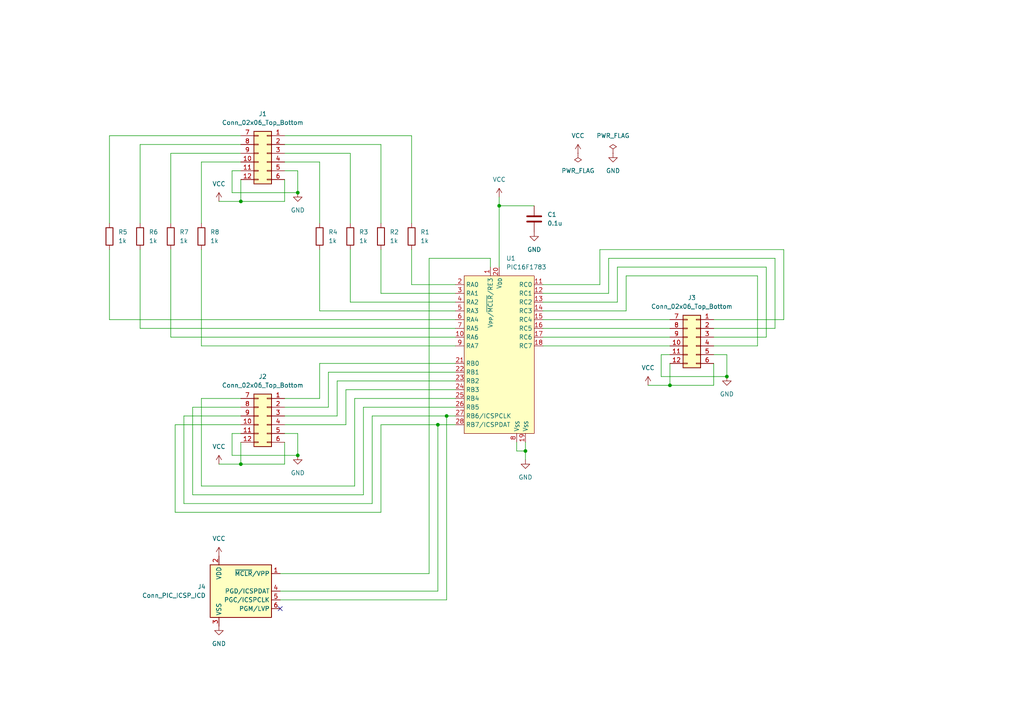
<source format=kicad_sch>
(kicad_sch (version 20211123) (generator eeschema)

  (uuid e63e39d7-6ac0-4ffd-8aa3-1841a4541b55)

  (paper "A4")

  (lib_symbols
    (symbol "Connector:Conn_PIC_ICSP_ICD" (in_bom yes) (on_board yes)
      (property "Reference" "J" (id 0) (at 6.35 8.89 0)
        (effects (font (size 1.27 1.27)))
      )
      (property "Value" "Conn_PIC_ICSP_ICD" (id 1) (at -8.89 -1.27 90)
        (effects (font (size 1.27 1.27)))
      )
      (property "Footprint" "" (id 2) (at 1.27 3.81 0)
        (effects (font (size 1.27 1.27)) hide)
      )
      (property "Datasheet" "http://ww1.microchip.com/downloads/en/devicedoc/30277d.pdf" (id 3) (at -7.62 -3.81 90)
        (effects (font (size 1.27 1.27)) hide)
      )
      (property "ki_keywords" "icsp icd pic microchip" (id 4) (at 0 0 0)
        (effects (font (size 1.27 1.27)) hide)
      )
      (property "ki_description" "Microchip PIC In-Circuit Serial Programming/Debugging (ICSP/ICD) connector" (id 5) (at 0 0 0)
        (effects (font (size 1.27 1.27)) hide)
      )
      (property "ki_fp_filters" "PinHeader*1x06*P2.54mm* PinSocket*1x06*P2.54mm*" (id 6) (at 0 0 0)
        (effects (font (size 1.27 1.27)) hide)
      )
      (symbol "Conn_PIC_ICSP_ICD_0_1"
        (rectangle (start -7.62 7.62) (end 10.16 -7.62)
          (stroke (width 0.254) (type default) (color 0 0 0 0))
          (fill (type background))
        )
      )
      (symbol "Conn_PIC_ICSP_ICD_1_1"
        (pin passive line (at 12.7 5.08 180) (length 2.54)
          (name "~{MCLR}/VPP" (effects (font (size 1.27 1.27))))
          (number "1" (effects (font (size 1.27 1.27))))
        )
        (pin passive line (at -5.08 10.16 270) (length 2.54)
          (name "VDD" (effects (font (size 1.27 1.27))))
          (number "2" (effects (font (size 1.27 1.27))))
        )
        (pin power_in line (at -5.08 -10.16 90) (length 2.54)
          (name "VSS" (effects (font (size 1.27 1.27))))
          (number "3" (effects (font (size 1.27 1.27))))
        )
        (pin bidirectional line (at 12.7 0 180) (length 2.54)
          (name "PGD/ICSPDAT" (effects (font (size 1.27 1.27))))
          (number "4" (effects (font (size 1.27 1.27))))
        )
        (pin output line (at 12.7 -2.54 180) (length 2.54)
          (name "PGC/ICSPCLK" (effects (font (size 1.27 1.27))))
          (number "5" (effects (font (size 1.27 1.27))))
        )
        (pin output line (at 12.7 -5.08 180) (length 2.54)
          (name "PGM/LVP" (effects (font (size 1.27 1.27))))
          (number "6" (effects (font (size 1.27 1.27))))
        )
      )
    )
    (symbol "Connector_Generic:Conn_02x06_Top_Bottom" (pin_names (offset 1.016) hide) (in_bom yes) (on_board yes)
      (property "Reference" "J" (id 0) (at 1.27 7.62 0)
        (effects (font (size 1.27 1.27)))
      )
      (property "Value" "Conn_02x06_Top_Bottom" (id 1) (at 1.27 -10.16 0)
        (effects (font (size 1.27 1.27)))
      )
      (property "Footprint" "" (id 2) (at 0 0 0)
        (effects (font (size 1.27 1.27)) hide)
      )
      (property "Datasheet" "~" (id 3) (at 0 0 0)
        (effects (font (size 1.27 1.27)) hide)
      )
      (property "ki_keywords" "connector" (id 4) (at 0 0 0)
        (effects (font (size 1.27 1.27)) hide)
      )
      (property "ki_description" "Generic connector, double row, 02x06, top/bottom pin numbering scheme (row 1: 1...pins_per_row, row2: pins_per_row+1 ... num_pins), script generated (kicad-library-utils/schlib/autogen/connector/)" (id 5) (at 0 0 0)
        (effects (font (size 1.27 1.27)) hide)
      )
      (property "ki_fp_filters" "Connector*:*_2x??_*" (id 6) (at 0 0 0)
        (effects (font (size 1.27 1.27)) hide)
      )
      (symbol "Conn_02x06_Top_Bottom_1_1"
        (rectangle (start -1.27 -7.493) (end 0 -7.747)
          (stroke (width 0.1524) (type default) (color 0 0 0 0))
          (fill (type none))
        )
        (rectangle (start -1.27 -4.953) (end 0 -5.207)
          (stroke (width 0.1524) (type default) (color 0 0 0 0))
          (fill (type none))
        )
        (rectangle (start -1.27 -2.413) (end 0 -2.667)
          (stroke (width 0.1524) (type default) (color 0 0 0 0))
          (fill (type none))
        )
        (rectangle (start -1.27 0.127) (end 0 -0.127)
          (stroke (width 0.1524) (type default) (color 0 0 0 0))
          (fill (type none))
        )
        (rectangle (start -1.27 2.667) (end 0 2.413)
          (stroke (width 0.1524) (type default) (color 0 0 0 0))
          (fill (type none))
        )
        (rectangle (start -1.27 5.207) (end 0 4.953)
          (stroke (width 0.1524) (type default) (color 0 0 0 0))
          (fill (type none))
        )
        (rectangle (start -1.27 6.35) (end 3.81 -8.89)
          (stroke (width 0.254) (type default) (color 0 0 0 0))
          (fill (type background))
        )
        (rectangle (start 3.81 -7.493) (end 2.54 -7.747)
          (stroke (width 0.1524) (type default) (color 0 0 0 0))
          (fill (type none))
        )
        (rectangle (start 3.81 -4.953) (end 2.54 -5.207)
          (stroke (width 0.1524) (type default) (color 0 0 0 0))
          (fill (type none))
        )
        (rectangle (start 3.81 -2.413) (end 2.54 -2.667)
          (stroke (width 0.1524) (type default) (color 0 0 0 0))
          (fill (type none))
        )
        (rectangle (start 3.81 0.127) (end 2.54 -0.127)
          (stroke (width 0.1524) (type default) (color 0 0 0 0))
          (fill (type none))
        )
        (rectangle (start 3.81 2.667) (end 2.54 2.413)
          (stroke (width 0.1524) (type default) (color 0 0 0 0))
          (fill (type none))
        )
        (rectangle (start 3.81 5.207) (end 2.54 4.953)
          (stroke (width 0.1524) (type default) (color 0 0 0 0))
          (fill (type none))
        )
        (pin passive line (at -5.08 5.08 0) (length 3.81)
          (name "Pin_1" (effects (font (size 1.27 1.27))))
          (number "1" (effects (font (size 1.27 1.27))))
        )
        (pin passive line (at 7.62 -2.54 180) (length 3.81)
          (name "Pin_10" (effects (font (size 1.27 1.27))))
          (number "10" (effects (font (size 1.27 1.27))))
        )
        (pin passive line (at 7.62 -5.08 180) (length 3.81)
          (name "Pin_11" (effects (font (size 1.27 1.27))))
          (number "11" (effects (font (size 1.27 1.27))))
        )
        (pin passive line (at 7.62 -7.62 180) (length 3.81)
          (name "Pin_12" (effects (font (size 1.27 1.27))))
          (number "12" (effects (font (size 1.27 1.27))))
        )
        (pin passive line (at -5.08 2.54 0) (length 3.81)
          (name "Pin_2" (effects (font (size 1.27 1.27))))
          (number "2" (effects (font (size 1.27 1.27))))
        )
        (pin passive line (at -5.08 0 0) (length 3.81)
          (name "Pin_3" (effects (font (size 1.27 1.27))))
          (number "3" (effects (font (size 1.27 1.27))))
        )
        (pin passive line (at -5.08 -2.54 0) (length 3.81)
          (name "Pin_4" (effects (font (size 1.27 1.27))))
          (number "4" (effects (font (size 1.27 1.27))))
        )
        (pin passive line (at -5.08 -5.08 0) (length 3.81)
          (name "Pin_5" (effects (font (size 1.27 1.27))))
          (number "5" (effects (font (size 1.27 1.27))))
        )
        (pin passive line (at -5.08 -7.62 0) (length 3.81)
          (name "Pin_6" (effects (font (size 1.27 1.27))))
          (number "6" (effects (font (size 1.27 1.27))))
        )
        (pin passive line (at 7.62 5.08 180) (length 3.81)
          (name "Pin_7" (effects (font (size 1.27 1.27))))
          (number "7" (effects (font (size 1.27 1.27))))
        )
        (pin passive line (at 7.62 2.54 180) (length 3.81)
          (name "Pin_8" (effects (font (size 1.27 1.27))))
          (number "8" (effects (font (size 1.27 1.27))))
        )
        (pin passive line (at 7.62 0 180) (length 3.81)
          (name "Pin_9" (effects (font (size 1.27 1.27))))
          (number "9" (effects (font (size 1.27 1.27))))
        )
      )
    )
    (symbol "Device:C" (pin_numbers hide) (pin_names (offset 0.254)) (in_bom yes) (on_board yes)
      (property "Reference" "C" (id 0) (at 0.635 2.54 0)
        (effects (font (size 1.27 1.27)) (justify left))
      )
      (property "Value" "C" (id 1) (at 0.635 -2.54 0)
        (effects (font (size 1.27 1.27)) (justify left))
      )
      (property "Footprint" "" (id 2) (at 0.9652 -3.81 0)
        (effects (font (size 1.27 1.27)) hide)
      )
      (property "Datasheet" "~" (id 3) (at 0 0 0)
        (effects (font (size 1.27 1.27)) hide)
      )
      (property "ki_keywords" "cap capacitor" (id 4) (at 0 0 0)
        (effects (font (size 1.27 1.27)) hide)
      )
      (property "ki_description" "Unpolarized capacitor" (id 5) (at 0 0 0)
        (effects (font (size 1.27 1.27)) hide)
      )
      (property "ki_fp_filters" "C_*" (id 6) (at 0 0 0)
        (effects (font (size 1.27 1.27)) hide)
      )
      (symbol "C_0_1"
        (polyline
          (pts
            (xy -2.032 -0.762)
            (xy 2.032 -0.762)
          )
          (stroke (width 0.508) (type default) (color 0 0 0 0))
          (fill (type none))
        )
        (polyline
          (pts
            (xy -2.032 0.762)
            (xy 2.032 0.762)
          )
          (stroke (width 0.508) (type default) (color 0 0 0 0))
          (fill (type none))
        )
      )
      (symbol "C_1_1"
        (pin passive line (at 0 3.81 270) (length 2.794)
          (name "~" (effects (font (size 1.27 1.27))))
          (number "1" (effects (font (size 1.27 1.27))))
        )
        (pin passive line (at 0 -3.81 90) (length 2.794)
          (name "~" (effects (font (size 1.27 1.27))))
          (number "2" (effects (font (size 1.27 1.27))))
        )
      )
    )
    (symbol "Device:R" (pin_numbers hide) (pin_names (offset 0)) (in_bom yes) (on_board yes)
      (property "Reference" "R" (id 0) (at 2.032 0 90)
        (effects (font (size 1.27 1.27)))
      )
      (property "Value" "R" (id 1) (at 0 0 90)
        (effects (font (size 1.27 1.27)))
      )
      (property "Footprint" "" (id 2) (at -1.778 0 90)
        (effects (font (size 1.27 1.27)) hide)
      )
      (property "Datasheet" "~" (id 3) (at 0 0 0)
        (effects (font (size 1.27 1.27)) hide)
      )
      (property "ki_keywords" "R res resistor" (id 4) (at 0 0 0)
        (effects (font (size 1.27 1.27)) hide)
      )
      (property "ki_description" "Resistor" (id 5) (at 0 0 0)
        (effects (font (size 1.27 1.27)) hide)
      )
      (property "ki_fp_filters" "R_*" (id 6) (at 0 0 0)
        (effects (font (size 1.27 1.27)) hide)
      )
      (symbol "R_0_1"
        (rectangle (start -1.016 -2.54) (end 1.016 2.54)
          (stroke (width 0.254) (type default) (color 0 0 0 0))
          (fill (type none))
        )
      )
      (symbol "R_1_1"
        (pin passive line (at 0 3.81 270) (length 1.27)
          (name "~" (effects (font (size 1.27 1.27))))
          (number "1" (effects (font (size 1.27 1.27))))
        )
        (pin passive line (at 0 -3.81 90) (length 1.27)
          (name "~" (effects (font (size 1.27 1.27))))
          (number "2" (effects (font (size 1.27 1.27))))
        )
      )
    )
    (symbol "MyLibrary:PIC16F1783" (in_bom yes) (on_board yes)
      (property "Reference" "U" (id 0) (at 6.35 25.4 0)
        (effects (font (size 1.27 1.27)))
      )
      (property "Value" "PIC16F1783" (id 1) (at 0 0 0)
        (effects (font (size 1.27 1.27)))
      )
      (property "Footprint" "" (id 2) (at -5.08 0 0)
        (effects (font (size 1.27 1.27)) hide)
      )
      (property "Datasheet" "" (id 3) (at -5.08 0 0)
        (effects (font (size 1.27 1.27)) hide)
      )
      (symbol "PIC16F1783_0_1"
        (rectangle (start -10.16 22.86) (end 10.16 -22.86)
          (stroke (width 0) (type default) (color 0 0 0 0))
          (fill (type background))
        )
      )
      (symbol "PIC16F1783_1_1"
        (pin passive line (at -2.54 25.4 270) (length 2.54)
          (name "V_{PP}/~{MCLR}/RE3" (effects (font (size 1.27 1.27))))
          (number "1" (effects (font (size 1.27 1.27))))
        )
        (pin passive line (at -12.7 5.08 0) (length 2.54)
          (name "RA6" (effects (font (size 1.27 1.27))))
          (number "10" (effects (font (size 1.27 1.27))))
        )
        (pin passive line (at 12.7 20.32 180) (length 2.54)
          (name "RC0" (effects (font (size 1.27 1.27))))
          (number "11" (effects (font (size 1.27 1.27))))
        )
        (pin passive line (at 12.7 17.78 180) (length 2.54)
          (name "RC1" (effects (font (size 1.27 1.27))))
          (number "12" (effects (font (size 1.27 1.27))))
        )
        (pin passive line (at 12.7 15.24 180) (length 2.54)
          (name "RC2" (effects (font (size 1.27 1.27))))
          (number "13" (effects (font (size 1.27 1.27))))
        )
        (pin passive line (at 12.7 12.7 180) (length 2.54)
          (name "RC3" (effects (font (size 1.27 1.27))))
          (number "14" (effects (font (size 1.27 1.27))))
        )
        (pin passive line (at 12.7 10.16 180) (length 2.54)
          (name "RC4" (effects (font (size 1.27 1.27))))
          (number "15" (effects (font (size 1.27 1.27))))
        )
        (pin passive line (at 12.7 7.62 180) (length 2.54)
          (name "RC5" (effects (font (size 1.27 1.27))))
          (number "16" (effects (font (size 1.27 1.27))))
        )
        (pin passive line (at 12.7 5.08 180) (length 2.54)
          (name "RC6" (effects (font (size 1.27 1.27))))
          (number "17" (effects (font (size 1.27 1.27))))
        )
        (pin passive line (at 12.7 2.54 180) (length 2.54)
          (name "RC7" (effects (font (size 1.27 1.27))))
          (number "18" (effects (font (size 1.27 1.27))))
        )
        (pin power_in line (at 7.62 -25.4 90) (length 2.54)
          (name "V_{SS}" (effects (font (size 1.27 1.27))))
          (number "19" (effects (font (size 1.27 1.27))))
        )
        (pin passive line (at -12.7 20.32 0) (length 2.54)
          (name "RA0" (effects (font (size 1.27 1.27))))
          (number "2" (effects (font (size 1.27 1.27))))
        )
        (pin power_in line (at 0 25.4 270) (length 2.54)
          (name "V_{DD}" (effects (font (size 1.27 1.27))))
          (number "20" (effects (font (size 1.27 1.27))))
        )
        (pin passive line (at -12.7 -2.54 0) (length 2.54)
          (name "RB0" (effects (font (size 1.27 1.27))))
          (number "21" (effects (font (size 1.27 1.27))))
        )
        (pin passive line (at -12.7 -5.08 0) (length 2.54)
          (name "RB1" (effects (font (size 1.27 1.27))))
          (number "22" (effects (font (size 1.27 1.27))))
        )
        (pin passive line (at -12.7 -7.62 0) (length 2.54)
          (name "RB2" (effects (font (size 1.27 1.27))))
          (number "23" (effects (font (size 1.27 1.27))))
        )
        (pin passive line (at -12.7 -10.16 0) (length 2.54)
          (name "RB3" (effects (font (size 1.27 1.27))))
          (number "24" (effects (font (size 1.27 1.27))))
        )
        (pin passive line (at -12.7 -12.7 0) (length 2.54)
          (name "RB4" (effects (font (size 1.27 1.27))))
          (number "25" (effects (font (size 1.27 1.27))))
        )
        (pin passive line (at -12.7 -15.24 0) (length 2.54)
          (name "RB5" (effects (font (size 1.27 1.27))))
          (number "26" (effects (font (size 1.27 1.27))))
        )
        (pin passive line (at -12.7 -17.78 0) (length 2.54)
          (name "RB6/ICSPCLK" (effects (font (size 1.27 1.27))))
          (number "27" (effects (font (size 1.27 1.27))))
        )
        (pin passive line (at -12.7 -20.32 0) (length 2.54)
          (name "RB7/ICSPDAT" (effects (font (size 1.27 1.27))))
          (number "28" (effects (font (size 1.27 1.27))))
        )
        (pin passive line (at -12.7 17.78 0) (length 2.54)
          (name "RA1" (effects (font (size 1.27 1.27))))
          (number "3" (effects (font (size 1.27 1.27))))
        )
        (pin passive line (at -12.7 15.24 0) (length 2.54)
          (name "RA2" (effects (font (size 1.27 1.27))))
          (number "4" (effects (font (size 1.27 1.27))))
        )
        (pin passive line (at -12.7 12.7 0) (length 2.54)
          (name "RA3" (effects (font (size 1.27 1.27))))
          (number "5" (effects (font (size 1.27 1.27))))
        )
        (pin passive line (at -12.7 10.16 0) (length 2.54)
          (name "RA4" (effects (font (size 1.27 1.27))))
          (number "6" (effects (font (size 1.27 1.27))))
        )
        (pin passive line (at -12.7 7.62 0) (length 2.54)
          (name "RA5" (effects (font (size 1.27 1.27))))
          (number "7" (effects (font (size 1.27 1.27))))
        )
        (pin power_in line (at 5.08 -25.4 90) (length 2.54)
          (name "V_{SS}" (effects (font (size 1.27 1.27))))
          (number "8" (effects (font (size 1.27 1.27))))
        )
        (pin passive line (at -12.7 2.54 0) (length 2.54)
          (name "RA7" (effects (font (size 1.27 1.27))))
          (number "9" (effects (font (size 1.27 1.27))))
        )
      )
    )
    (symbol "power:GND" (power) (pin_names (offset 0)) (in_bom yes) (on_board yes)
      (property "Reference" "#PWR" (id 0) (at 0 -6.35 0)
        (effects (font (size 1.27 1.27)) hide)
      )
      (property "Value" "GND" (id 1) (at 0 -3.81 0)
        (effects (font (size 1.27 1.27)))
      )
      (property "Footprint" "" (id 2) (at 0 0 0)
        (effects (font (size 1.27 1.27)) hide)
      )
      (property "Datasheet" "" (id 3) (at 0 0 0)
        (effects (font (size 1.27 1.27)) hide)
      )
      (property "ki_keywords" "power-flag" (id 4) (at 0 0 0)
        (effects (font (size 1.27 1.27)) hide)
      )
      (property "ki_description" "Power symbol creates a global label with name \"GND\" , ground" (id 5) (at 0 0 0)
        (effects (font (size 1.27 1.27)) hide)
      )
      (symbol "GND_0_1"
        (polyline
          (pts
            (xy 0 0)
            (xy 0 -1.27)
            (xy 1.27 -1.27)
            (xy 0 -2.54)
            (xy -1.27 -1.27)
            (xy 0 -1.27)
          )
          (stroke (width 0) (type default) (color 0 0 0 0))
          (fill (type none))
        )
      )
      (symbol "GND_1_1"
        (pin power_in line (at 0 0 270) (length 0) hide
          (name "GND" (effects (font (size 1.27 1.27))))
          (number "1" (effects (font (size 1.27 1.27))))
        )
      )
    )
    (symbol "power:PWR_FLAG" (power) (pin_numbers hide) (pin_names (offset 0) hide) (in_bom yes) (on_board yes)
      (property "Reference" "#FLG" (id 0) (at 0 1.905 0)
        (effects (font (size 1.27 1.27)) hide)
      )
      (property "Value" "PWR_FLAG" (id 1) (at 0 3.81 0)
        (effects (font (size 1.27 1.27)))
      )
      (property "Footprint" "" (id 2) (at 0 0 0)
        (effects (font (size 1.27 1.27)) hide)
      )
      (property "Datasheet" "~" (id 3) (at 0 0 0)
        (effects (font (size 1.27 1.27)) hide)
      )
      (property "ki_keywords" "power-flag" (id 4) (at 0 0 0)
        (effects (font (size 1.27 1.27)) hide)
      )
      (property "ki_description" "Special symbol for telling ERC where power comes from" (id 5) (at 0 0 0)
        (effects (font (size 1.27 1.27)) hide)
      )
      (symbol "PWR_FLAG_0_0"
        (pin power_out line (at 0 0 90) (length 0)
          (name "pwr" (effects (font (size 1.27 1.27))))
          (number "1" (effects (font (size 1.27 1.27))))
        )
      )
      (symbol "PWR_FLAG_0_1"
        (polyline
          (pts
            (xy 0 0)
            (xy 0 1.27)
            (xy -1.016 1.905)
            (xy 0 2.54)
            (xy 1.016 1.905)
            (xy 0 1.27)
          )
          (stroke (width 0) (type default) (color 0 0 0 0))
          (fill (type none))
        )
      )
    )
    (symbol "power:VCC" (power) (pin_names (offset 0)) (in_bom yes) (on_board yes)
      (property "Reference" "#PWR" (id 0) (at 0 -3.81 0)
        (effects (font (size 1.27 1.27)) hide)
      )
      (property "Value" "VCC" (id 1) (at 0 3.81 0)
        (effects (font (size 1.27 1.27)))
      )
      (property "Footprint" "" (id 2) (at 0 0 0)
        (effects (font (size 1.27 1.27)) hide)
      )
      (property "Datasheet" "" (id 3) (at 0 0 0)
        (effects (font (size 1.27 1.27)) hide)
      )
      (property "ki_keywords" "power-flag" (id 4) (at 0 0 0)
        (effects (font (size 1.27 1.27)) hide)
      )
      (property "ki_description" "Power symbol creates a global label with name \"VCC\"" (id 5) (at 0 0 0)
        (effects (font (size 1.27 1.27)) hide)
      )
      (symbol "VCC_0_1"
        (polyline
          (pts
            (xy -0.762 1.27)
            (xy 0 2.54)
          )
          (stroke (width 0) (type default) (color 0 0 0 0))
          (fill (type none))
        )
        (polyline
          (pts
            (xy 0 0)
            (xy 0 2.54)
          )
          (stroke (width 0) (type default) (color 0 0 0 0))
          (fill (type none))
        )
        (polyline
          (pts
            (xy 0 2.54)
            (xy 0.762 1.27)
          )
          (stroke (width 0) (type default) (color 0 0 0 0))
          (fill (type none))
        )
      )
      (symbol "VCC_1_1"
        (pin power_in line (at 0 0 90) (length 0) hide
          (name "VCC" (effects (font (size 1.27 1.27))))
          (number "1" (effects (font (size 1.27 1.27))))
        )
      )
    )
  )

  (junction (at 129.54 120.65) (diameter 0) (color 0 0 0 0)
    (uuid 2277cd3b-1bd4-45fc-82f4-f49981367886)
  )
  (junction (at 152.4 130.81) (diameter 0) (color 0 0 0 0)
    (uuid 42fb7a51-2b5e-45d2-b347-6c31091d3e7a)
  )
  (junction (at 210.82 109.22) (diameter 0) (color 0 0 0 0)
    (uuid 475ea00d-6ecc-4216-afff-e3ca55efae91)
  )
  (junction (at 69.85 134.62) (diameter 0) (color 0 0 0 0)
    (uuid 4fb647fa-7b75-4210-86e7-2ed8163ddec7)
  )
  (junction (at 86.36 132.08) (diameter 0) (color 0 0 0 0)
    (uuid 66b7f684-51cb-4771-9247-edd18ae55966)
  )
  (junction (at 86.36 55.88) (diameter 0) (color 0 0 0 0)
    (uuid 754c11e1-4a2a-4eb5-b669-eb97f15b5039)
  )
  (junction (at 144.78 59.69) (diameter 0) (color 0 0 0 0)
    (uuid 9c33c80d-ce65-46ca-a63e-e44f69650d50)
  )
  (junction (at 69.85 58.42) (diameter 0) (color 0 0 0 0)
    (uuid a3fca4cb-2a2f-4704-b6e3-45677e1235bd)
  )
  (junction (at 127 123.19) (diameter 0) (color 0 0 0 0)
    (uuid c2c53052-1db6-4f1c-ae2a-971259102efb)
  )
  (junction (at 194.31 111.76) (diameter 0) (color 0 0 0 0)
    (uuid cc052e50-4396-4390-a84f-79ab366ba2b9)
  )

  (no_connect (at 81.28 176.53) (uuid e191fdc0-d1cb-42fe-a03c-170e004457ab))

  (wire (pts (xy 50.8 148.59) (xy 50.8 123.19))
    (stroke (width 0) (type default) (color 0 0 0 0))
    (uuid 00b6167a-371a-4a04-a955-3318a4cb6634)
  )
  (wire (pts (xy 144.78 59.69) (xy 154.94 59.69))
    (stroke (width 0) (type default) (color 0 0 0 0))
    (uuid 00c897eb-b669-4e1d-b238-0880d800f0ff)
  )
  (wire (pts (xy 53.34 120.65) (xy 69.85 120.65))
    (stroke (width 0) (type default) (color 0 0 0 0))
    (uuid 019b8fd6-b10b-4eb1-8140-0740a4f0dfce)
  )
  (wire (pts (xy 191.77 102.87) (xy 191.77 109.22))
    (stroke (width 0) (type default) (color 0 0 0 0))
    (uuid 023515b3-d7cc-40dc-bf10-cb4c2dc3ecb6)
  )
  (wire (pts (xy 67.31 125.73) (xy 67.31 132.08))
    (stroke (width 0) (type default) (color 0 0 0 0))
    (uuid 02b62373-5791-415e-ad2a-70a251a5043a)
  )
  (wire (pts (xy 107.95 146.05) (xy 53.34 146.05))
    (stroke (width 0) (type default) (color 0 0 0 0))
    (uuid 06c11a94-84d3-463f-9751-791f1eb72874)
  )
  (wire (pts (xy 132.08 120.65) (xy 129.54 120.65))
    (stroke (width 0) (type default) (color 0 0 0 0))
    (uuid 07e7f8e2-b8d1-4662-bdec-1ae641b7904b)
  )
  (wire (pts (xy 132.08 95.25) (xy 40.64 95.25))
    (stroke (width 0) (type default) (color 0 0 0 0))
    (uuid 08993523-918d-47b1-b623-b392255960bb)
  )
  (wire (pts (xy 86.36 55.88) (xy 86.36 49.53))
    (stroke (width 0) (type default) (color 0 0 0 0))
    (uuid 090220b0-58f6-464d-81cf-bc0da689518e)
  )
  (wire (pts (xy 219.71 80.01) (xy 219.71 100.33))
    (stroke (width 0) (type default) (color 0 0 0 0))
    (uuid 0cb544bc-55a8-4988-bd9e-544ca60209c3)
  )
  (wire (pts (xy 149.86 130.81) (xy 152.4 130.81))
    (stroke (width 0) (type default) (color 0 0 0 0))
    (uuid 0d3e49fd-b8ee-4528-8e25-14e931c43462)
  )
  (wire (pts (xy 102.87 115.57) (xy 102.87 140.97))
    (stroke (width 0) (type default) (color 0 0 0 0))
    (uuid 0ec003ca-fd9b-4891-b991-8b8dd9e6e250)
  )
  (wire (pts (xy 101.6 44.45) (xy 101.6 64.77))
    (stroke (width 0) (type default) (color 0 0 0 0))
    (uuid 0ec333cc-c2a7-408b-b435-ec24cb6c709b)
  )
  (wire (pts (xy 129.54 173.99) (xy 81.28 173.99))
    (stroke (width 0) (type default) (color 0 0 0 0))
    (uuid 0f0c3eb1-4100-4b79-be19-3f630518fb7c)
  )
  (wire (pts (xy 92.71 90.17) (xy 92.71 72.39))
    (stroke (width 0) (type default) (color 0 0 0 0))
    (uuid 114757f9-137e-4ebb-9daa-e4ed80cf3905)
  )
  (wire (pts (xy 82.55 58.42) (xy 82.55 52.07))
    (stroke (width 0) (type default) (color 0 0 0 0))
    (uuid 18c337b7-ef7e-402c-831a-d15f82f3d817)
  )
  (wire (pts (xy 222.25 97.79) (xy 207.01 97.79))
    (stroke (width 0) (type default) (color 0 0 0 0))
    (uuid 1a12567a-2409-4f28-aeb0-aa4fb1ba9059)
  )
  (wire (pts (xy 132.08 97.79) (xy 49.53 97.79))
    (stroke (width 0) (type default) (color 0 0 0 0))
    (uuid 1a5fa23c-8fab-4443-95ca-80d242b374e3)
  )
  (wire (pts (xy 69.85 128.27) (xy 69.85 134.62))
    (stroke (width 0) (type default) (color 0 0 0 0))
    (uuid 1d919bdb-3590-437a-9267-feb724a1345c)
  )
  (wire (pts (xy 124.46 74.93) (xy 124.46 166.37))
    (stroke (width 0) (type default) (color 0 0 0 0))
    (uuid 1e69e74c-0b6e-4375-86cc-95895e7414ee)
  )
  (wire (pts (xy 127 123.19) (xy 110.49 123.19))
    (stroke (width 0) (type default) (color 0 0 0 0))
    (uuid 22ddd9d1-2271-458d-bcf9-cdecf6e7c49a)
  )
  (wire (pts (xy 124.46 166.37) (xy 81.28 166.37))
    (stroke (width 0) (type default) (color 0 0 0 0))
    (uuid 2ac3a058-98d5-48d8-9254-8b8193b37e6a)
  )
  (wire (pts (xy 50.8 123.19) (xy 69.85 123.19))
    (stroke (width 0) (type default) (color 0 0 0 0))
    (uuid 2af4bd36-08d7-4625-a089-eaa3e4e5ab10)
  )
  (wire (pts (xy 132.08 82.55) (xy 119.38 82.55))
    (stroke (width 0) (type default) (color 0 0 0 0))
    (uuid 2e2419ad-30a9-458b-9f2e-271125b9a969)
  )
  (wire (pts (xy 101.6 87.63) (xy 101.6 72.39))
    (stroke (width 0) (type default) (color 0 0 0 0))
    (uuid 2e9ab9c0-4a4b-41d0-8a2f-700ffcd56865)
  )
  (wire (pts (xy 132.08 115.57) (xy 102.87 115.57))
    (stroke (width 0) (type default) (color 0 0 0 0))
    (uuid 325c8d5c-6ed0-408b-adee-c5fb91e871b5)
  )
  (wire (pts (xy 191.77 109.22) (xy 210.82 109.22))
    (stroke (width 0) (type default) (color 0 0 0 0))
    (uuid 34965758-9225-46e2-9d00-4a8ebef3186e)
  )
  (wire (pts (xy 69.85 49.53) (xy 67.31 49.53))
    (stroke (width 0) (type default) (color 0 0 0 0))
    (uuid 352cf3f7-5f43-4c4b-97a2-a5c6e823a8b0)
  )
  (wire (pts (xy 129.54 120.65) (xy 129.54 173.99))
    (stroke (width 0) (type default) (color 0 0 0 0))
    (uuid 3556a6a9-202f-4225-b1fa-8661ac8676b5)
  )
  (wire (pts (xy 173.99 72.39) (xy 227.33 72.39))
    (stroke (width 0) (type default) (color 0 0 0 0))
    (uuid 3729d8be-bfe3-455b-9b46-39575f34cead)
  )
  (wire (pts (xy 49.53 97.79) (xy 49.53 72.39))
    (stroke (width 0) (type default) (color 0 0 0 0))
    (uuid 3b9f6af1-395a-40c6-81a8-1c9a886b36b0)
  )
  (wire (pts (xy 142.24 77.47) (xy 142.24 74.93))
    (stroke (width 0) (type default) (color 0 0 0 0))
    (uuid 3cf8a445-f356-4cc5-85c9-ec24e597be8f)
  )
  (wire (pts (xy 55.88 118.11) (xy 69.85 118.11))
    (stroke (width 0) (type default) (color 0 0 0 0))
    (uuid 3f80a9a2-5e2f-475c-b24a-ec88c5ee9dbf)
  )
  (wire (pts (xy 92.71 46.99) (xy 92.71 64.77))
    (stroke (width 0) (type default) (color 0 0 0 0))
    (uuid 444f30d3-4b12-49b8-8455-f75b0940788d)
  )
  (wire (pts (xy 144.78 59.69) (xy 144.78 77.47))
    (stroke (width 0) (type default) (color 0 0 0 0))
    (uuid 44fd741d-c7b8-47a9-a85d-316415869542)
  )
  (wire (pts (xy 152.4 130.81) (xy 152.4 133.35))
    (stroke (width 0) (type default) (color 0 0 0 0))
    (uuid 455d31d1-fbf4-4bc1-9bfb-992d0b7f9698)
  )
  (wire (pts (xy 102.87 140.97) (xy 58.42 140.97))
    (stroke (width 0) (type default) (color 0 0 0 0))
    (uuid 46b06216-086f-4123-b0a3-416eb7be308e)
  )
  (wire (pts (xy 132.08 113.03) (xy 100.33 113.03))
    (stroke (width 0) (type default) (color 0 0 0 0))
    (uuid 48391803-3fb5-4b87-b533-0c24e91eee07)
  )
  (wire (pts (xy 110.49 85.09) (xy 110.49 72.39))
    (stroke (width 0) (type default) (color 0 0 0 0))
    (uuid 4a09e6cf-441e-4cda-92de-2686b47eeda5)
  )
  (wire (pts (xy 69.85 41.91) (xy 40.64 41.91))
    (stroke (width 0) (type default) (color 0 0 0 0))
    (uuid 4a3f701f-6513-4f42-b0f0-15516d399924)
  )
  (wire (pts (xy 69.85 58.42) (xy 82.55 58.42))
    (stroke (width 0) (type default) (color 0 0 0 0))
    (uuid 4afba2c4-c987-477b-a14c-4fd9373989a7)
  )
  (wire (pts (xy 31.75 92.71) (xy 31.75 72.39))
    (stroke (width 0) (type default) (color 0 0 0 0))
    (uuid 4c89972f-1345-4d44-8fdf-9420ca5ade39)
  )
  (wire (pts (xy 69.85 46.99) (xy 58.42 46.99))
    (stroke (width 0) (type default) (color 0 0 0 0))
    (uuid 4fc994b2-b21c-451e-93d9-7fad2a20663c)
  )
  (wire (pts (xy 132.08 107.95) (xy 95.25 107.95))
    (stroke (width 0) (type default) (color 0 0 0 0))
    (uuid 50b18edf-fdd8-4ac9-b195-b611dc95515c)
  )
  (wire (pts (xy 179.07 77.47) (xy 222.25 77.47))
    (stroke (width 0) (type default) (color 0 0 0 0))
    (uuid 50df1992-4fdf-4cd0-91d6-5d060472ca4d)
  )
  (wire (pts (xy 187.96 111.76) (xy 194.31 111.76))
    (stroke (width 0) (type default) (color 0 0 0 0))
    (uuid 52597151-5105-4422-83d6-39343559f7cc)
  )
  (wire (pts (xy 127 171.45) (xy 81.28 171.45))
    (stroke (width 0) (type default) (color 0 0 0 0))
    (uuid 54f44319-2aad-42f0-874f-2a7599a4e67d)
  )
  (wire (pts (xy 157.48 100.33) (xy 194.31 100.33))
    (stroke (width 0) (type default) (color 0 0 0 0))
    (uuid 57b2dede-a2dd-4ccc-9f83-736a02d7dc1e)
  )
  (wire (pts (xy 97.79 120.65) (xy 97.79 110.49))
    (stroke (width 0) (type default) (color 0 0 0 0))
    (uuid 613999cc-ae86-4642-9cfa-4c417cd12eb7)
  )
  (wire (pts (xy 149.86 128.27) (xy 149.86 130.81))
    (stroke (width 0) (type default) (color 0 0 0 0))
    (uuid 63daec10-1006-4f14-9f06-ce5d16ffefe7)
  )
  (wire (pts (xy 194.31 111.76) (xy 207.01 111.76))
    (stroke (width 0) (type default) (color 0 0 0 0))
    (uuid 6456bbc3-6bf9-4cf2-9d23-93bdeba749d0)
  )
  (wire (pts (xy 227.33 72.39) (xy 227.33 92.71))
    (stroke (width 0) (type default) (color 0 0 0 0))
    (uuid 67e71d04-dbfd-45ee-a7b3-86f23c98c860)
  )
  (wire (pts (xy 179.07 87.63) (xy 179.07 77.47))
    (stroke (width 0) (type default) (color 0 0 0 0))
    (uuid 6926eabd-d903-46ce-8165-6295117aa02d)
  )
  (wire (pts (xy 127 123.19) (xy 127 171.45))
    (stroke (width 0) (type default) (color 0 0 0 0))
    (uuid 6f39f5da-5576-4b78-9fc3-dc0763eaa1bc)
  )
  (wire (pts (xy 157.48 82.55) (xy 173.99 82.55))
    (stroke (width 0) (type default) (color 0 0 0 0))
    (uuid 724b0195-3225-4089-86de-f72126ad7733)
  )
  (wire (pts (xy 157.48 97.79) (xy 194.31 97.79))
    (stroke (width 0) (type default) (color 0 0 0 0))
    (uuid 77107007-cb56-4f06-905f-02d0c364adfe)
  )
  (wire (pts (xy 110.49 123.19) (xy 110.49 148.59))
    (stroke (width 0) (type default) (color 0 0 0 0))
    (uuid 7758d864-4cf9-4117-ab5e-3b9325455f4e)
  )
  (wire (pts (xy 82.55 41.91) (xy 110.49 41.91))
    (stroke (width 0) (type default) (color 0 0 0 0))
    (uuid 7ae7ad8d-b52e-48c7-aa07-6a17ec2e89d9)
  )
  (wire (pts (xy 222.25 77.47) (xy 222.25 97.79))
    (stroke (width 0) (type default) (color 0 0 0 0))
    (uuid 7bc4aba4-a9ab-4a48-9555-9eb94ec1cb6a)
  )
  (wire (pts (xy 157.48 95.25) (xy 194.31 95.25))
    (stroke (width 0) (type default) (color 0 0 0 0))
    (uuid 7d91bf99-bcb4-4f31-9b2a-a39544062c7e)
  )
  (wire (pts (xy 92.71 105.41) (xy 132.08 105.41))
    (stroke (width 0) (type default) (color 0 0 0 0))
    (uuid 7e5a94e1-ca6a-4489-a4e5-c8821a8e614b)
  )
  (wire (pts (xy 173.99 82.55) (xy 173.99 72.39))
    (stroke (width 0) (type default) (color 0 0 0 0))
    (uuid 8003726d-8dfa-475a-9616-aa87381b38df)
  )
  (wire (pts (xy 107.95 120.65) (xy 107.95 146.05))
    (stroke (width 0) (type default) (color 0 0 0 0))
    (uuid 82771f9b-da2a-427b-8b14-fd23a519243e)
  )
  (wire (pts (xy 53.34 146.05) (xy 53.34 120.65))
    (stroke (width 0) (type default) (color 0 0 0 0))
    (uuid 836cc15f-4477-44d9-8ff6-01bae538fbec)
  )
  (wire (pts (xy 58.42 46.99) (xy 58.42 64.77))
    (stroke (width 0) (type default) (color 0 0 0 0))
    (uuid 8731cf8a-4f2a-41fa-b40c-dcb9137ef4c7)
  )
  (wire (pts (xy 86.36 125.73) (xy 82.55 125.73))
    (stroke (width 0) (type default) (color 0 0 0 0))
    (uuid 886e9610-68e2-4ce7-b970-bf79f9c6c15c)
  )
  (wire (pts (xy 219.71 100.33) (xy 207.01 100.33))
    (stroke (width 0) (type default) (color 0 0 0 0))
    (uuid 89eee18f-c555-4e1e-b6d4-533228573a2b)
  )
  (wire (pts (xy 31.75 39.37) (xy 69.85 39.37))
    (stroke (width 0) (type default) (color 0 0 0 0))
    (uuid 8ac6e3c1-58f6-4a83-9eec-6a7c87b1f66c)
  )
  (wire (pts (xy 58.42 140.97) (xy 58.42 115.57))
    (stroke (width 0) (type default) (color 0 0 0 0))
    (uuid 8af3ab5c-b789-4f24-a9ab-1758d59b833d)
  )
  (wire (pts (xy 119.38 64.77) (xy 119.38 39.37))
    (stroke (width 0) (type default) (color 0 0 0 0))
    (uuid 8c94ef60-5e7e-4060-801f-f02ab5c92e5b)
  )
  (wire (pts (xy 82.55 120.65) (xy 97.79 120.65))
    (stroke (width 0) (type default) (color 0 0 0 0))
    (uuid 8e4ac5e3-46e6-48e2-a240-235f6d5d63b0)
  )
  (wire (pts (xy 110.49 148.59) (xy 50.8 148.59))
    (stroke (width 0) (type default) (color 0 0 0 0))
    (uuid 8fa24d0e-a0a2-46c4-9ed7-ebf63e0aa0dc)
  )
  (wire (pts (xy 132.08 118.11) (xy 105.41 118.11))
    (stroke (width 0) (type default) (color 0 0 0 0))
    (uuid 904984b4-c431-42f3-9e9c-e45b246ce9e0)
  )
  (wire (pts (xy 132.08 123.19) (xy 127 123.19))
    (stroke (width 0) (type default) (color 0 0 0 0))
    (uuid 91a5ad40-4483-46a2-bba5-ad073e774575)
  )
  (wire (pts (xy 95.25 118.11) (xy 82.55 118.11))
    (stroke (width 0) (type default) (color 0 0 0 0))
    (uuid 91a81ee1-a91a-4b6b-9084-e0c66206f7e4)
  )
  (wire (pts (xy 176.53 74.93) (xy 224.79 74.93))
    (stroke (width 0) (type default) (color 0 0 0 0))
    (uuid 91aba6a8-75ae-4846-8816-b4bc6c9b8c4f)
  )
  (wire (pts (xy 194.31 105.41) (xy 194.31 111.76))
    (stroke (width 0) (type default) (color 0 0 0 0))
    (uuid 9211022c-c520-4994-acac-efe3dbee6f2a)
  )
  (wire (pts (xy 69.85 125.73) (xy 67.31 125.73))
    (stroke (width 0) (type default) (color 0 0 0 0))
    (uuid 989e7332-7dfd-4e92-81ae-ab8d97c2c3df)
  )
  (wire (pts (xy 82.55 134.62) (xy 82.55 128.27))
    (stroke (width 0) (type default) (color 0 0 0 0))
    (uuid 9a00a731-2243-4899-8ac8-b260173f3cb3)
  )
  (wire (pts (xy 119.38 82.55) (xy 119.38 72.39))
    (stroke (width 0) (type default) (color 0 0 0 0))
    (uuid 9b088769-733f-4c04-9d5a-35db49c1eb61)
  )
  (wire (pts (xy 210.82 102.87) (xy 207.01 102.87))
    (stroke (width 0) (type default) (color 0 0 0 0))
    (uuid 9e6a2bb7-a6d1-48a8-9169-ee073bff8d36)
  )
  (wire (pts (xy 142.24 74.93) (xy 124.46 74.93))
    (stroke (width 0) (type default) (color 0 0 0 0))
    (uuid a0e7f842-7cb0-48d7-b2f7-c867fe5f516c)
  )
  (wire (pts (xy 157.48 92.71) (xy 194.31 92.71))
    (stroke (width 0) (type default) (color 0 0 0 0))
    (uuid a429f54f-bbcc-4be3-b838-6d1e55090642)
  )
  (wire (pts (xy 58.42 100.33) (xy 58.42 72.39))
    (stroke (width 0) (type default) (color 0 0 0 0))
    (uuid a5502271-5155-4816-84c0-3222f8aacebd)
  )
  (wire (pts (xy 132.08 87.63) (xy 101.6 87.63))
    (stroke (width 0) (type default) (color 0 0 0 0))
    (uuid a6dd5e3a-158a-4852-9b98-9a14c8d3c665)
  )
  (wire (pts (xy 194.31 102.87) (xy 191.77 102.87))
    (stroke (width 0) (type default) (color 0 0 0 0))
    (uuid a7188fe7-6ac2-4390-8c5f-99b33cb7f582)
  )
  (wire (pts (xy 95.25 107.95) (xy 95.25 118.11))
    (stroke (width 0) (type default) (color 0 0 0 0))
    (uuid a77dffcd-5062-404a-82b0-1088e4297b0a)
  )
  (wire (pts (xy 119.38 39.37) (xy 82.55 39.37))
    (stroke (width 0) (type default) (color 0 0 0 0))
    (uuid a952d1b6-8e74-4727-9f36-5875af59e243)
  )
  (wire (pts (xy 67.31 49.53) (xy 67.31 55.88))
    (stroke (width 0) (type default) (color 0 0 0 0))
    (uuid a9ab557e-f35a-48c2-ad97-8051c6ef52ba)
  )
  (wire (pts (xy 67.31 132.08) (xy 86.36 132.08))
    (stroke (width 0) (type default) (color 0 0 0 0))
    (uuid aa211c1c-8550-4c5d-b2b9-26dca5d764fd)
  )
  (wire (pts (xy 63.5 134.62) (xy 69.85 134.62))
    (stroke (width 0) (type default) (color 0 0 0 0))
    (uuid aabaadff-4c96-4f36-ad28-d3ffa8fcdd4c)
  )
  (wire (pts (xy 100.33 123.19) (xy 82.55 123.19))
    (stroke (width 0) (type default) (color 0 0 0 0))
    (uuid aae286ae-930c-41b6-9e69-7c6cbfd327c1)
  )
  (wire (pts (xy 207.01 111.76) (xy 207.01 105.41))
    (stroke (width 0) (type default) (color 0 0 0 0))
    (uuid aec2230f-6591-4539-9790-5f6f46c1a4b1)
  )
  (wire (pts (xy 82.55 115.57) (xy 92.71 115.57))
    (stroke (width 0) (type default) (color 0 0 0 0))
    (uuid af953ab6-a486-4794-8adf-fd6dfe4e649c)
  )
  (wire (pts (xy 69.85 134.62) (xy 82.55 134.62))
    (stroke (width 0) (type default) (color 0 0 0 0))
    (uuid b09e285b-9646-41ca-9099-d21c6a8bb8a9)
  )
  (wire (pts (xy 157.48 90.17) (xy 181.61 90.17))
    (stroke (width 0) (type default) (color 0 0 0 0))
    (uuid b1876d90-df1b-462c-8db2-28bfdb6f3e8c)
  )
  (wire (pts (xy 152.4 128.27) (xy 152.4 130.81))
    (stroke (width 0) (type default) (color 0 0 0 0))
    (uuid b67ed14b-6978-491d-8401-6b5040b43846)
  )
  (wire (pts (xy 105.41 118.11) (xy 105.41 143.51))
    (stroke (width 0) (type default) (color 0 0 0 0))
    (uuid b9210cf9-9ff2-46cd-a214-5ec0e9c555a6)
  )
  (wire (pts (xy 40.64 95.25) (xy 40.64 72.39))
    (stroke (width 0) (type default) (color 0 0 0 0))
    (uuid b95cde3e-2f9f-4452-8a7d-0cbf1fc9e421)
  )
  (wire (pts (xy 97.79 110.49) (xy 132.08 110.49))
    (stroke (width 0) (type default) (color 0 0 0 0))
    (uuid ba0680d8-998e-4320-b527-6c9753e10fcc)
  )
  (wire (pts (xy 176.53 85.09) (xy 176.53 74.93))
    (stroke (width 0) (type default) (color 0 0 0 0))
    (uuid bb22b205-8897-4616-a8eb-e11201cc13d8)
  )
  (wire (pts (xy 227.33 92.71) (xy 207.01 92.71))
    (stroke (width 0) (type default) (color 0 0 0 0))
    (uuid c3f3120e-d9c3-495c-8dc6-d0c084ec09e3)
  )
  (wire (pts (xy 224.79 95.25) (xy 207.01 95.25))
    (stroke (width 0) (type default) (color 0 0 0 0))
    (uuid c7a1129e-c4fe-4b23-b71b-4e42428bb75c)
  )
  (wire (pts (xy 132.08 85.09) (xy 110.49 85.09))
    (stroke (width 0) (type default) (color 0 0 0 0))
    (uuid cc101b6b-8d27-44cd-9510-909532335ed6)
  )
  (wire (pts (xy 105.41 143.51) (xy 55.88 143.51))
    (stroke (width 0) (type default) (color 0 0 0 0))
    (uuid cc2349d3-2c00-44e9-9882-adfdbbe88890)
  )
  (wire (pts (xy 100.33 113.03) (xy 100.33 123.19))
    (stroke (width 0) (type default) (color 0 0 0 0))
    (uuid cdb9afd3-4553-4cb4-a3f5-b1984813d257)
  )
  (wire (pts (xy 144.78 57.15) (xy 144.78 59.69))
    (stroke (width 0) (type default) (color 0 0 0 0))
    (uuid cfb083a3-ece3-4c82-b7b1-8edafd66e8b7)
  )
  (wire (pts (xy 82.55 46.99) (xy 92.71 46.99))
    (stroke (width 0) (type default) (color 0 0 0 0))
    (uuid d38d849c-e6bc-4ec5-91ce-c33396da321a)
  )
  (wire (pts (xy 55.88 143.51) (xy 55.88 118.11))
    (stroke (width 0) (type default) (color 0 0 0 0))
    (uuid d6eb3b22-2033-4b63-a052-8794dffbdd82)
  )
  (wire (pts (xy 224.79 74.93) (xy 224.79 95.25))
    (stroke (width 0) (type default) (color 0 0 0 0))
    (uuid d7ca6d7b-4a64-4472-b8bc-16ae9d60e85d)
  )
  (wire (pts (xy 181.61 80.01) (xy 219.71 80.01))
    (stroke (width 0) (type default) (color 0 0 0 0))
    (uuid d9178447-b7f1-42e4-9dbd-60ac6bf75748)
  )
  (wire (pts (xy 210.82 109.22) (xy 210.82 102.87))
    (stroke (width 0) (type default) (color 0 0 0 0))
    (uuid d95b38dc-f73b-452b-9480-94c0ad26cdaa)
  )
  (wire (pts (xy 86.36 132.08) (xy 86.36 125.73))
    (stroke (width 0) (type default) (color 0 0 0 0))
    (uuid dbf6993b-8a2c-4c11-88fc-675c1f485b57)
  )
  (wire (pts (xy 157.48 85.09) (xy 176.53 85.09))
    (stroke (width 0) (type default) (color 0 0 0 0))
    (uuid dcb3fa5c-6d23-4aec-8fae-e4e82bd8ae71)
  )
  (wire (pts (xy 49.53 64.77) (xy 49.53 44.45))
    (stroke (width 0) (type default) (color 0 0 0 0))
    (uuid e097cd1d-4d8a-46fe-b471-c5549714d363)
  )
  (wire (pts (xy 157.48 87.63) (xy 179.07 87.63))
    (stroke (width 0) (type default) (color 0 0 0 0))
    (uuid e1887769-d4a2-4bed-b70f-100262558f66)
  )
  (wire (pts (xy 132.08 100.33) (xy 58.42 100.33))
    (stroke (width 0) (type default) (color 0 0 0 0))
    (uuid e4fbc3c1-3409-42ed-8f1a-926e7d81c05f)
  )
  (wire (pts (xy 132.08 90.17) (xy 92.71 90.17))
    (stroke (width 0) (type default) (color 0 0 0 0))
    (uuid e51b8504-10bc-4dae-a41a-7ceabdc7d025)
  )
  (wire (pts (xy 63.5 58.42) (xy 69.85 58.42))
    (stroke (width 0) (type default) (color 0 0 0 0))
    (uuid e7d48cce-b666-4867-a9c2-12bd33756d89)
  )
  (wire (pts (xy 82.55 44.45) (xy 101.6 44.45))
    (stroke (width 0) (type default) (color 0 0 0 0))
    (uuid eb5218e8-8c17-4312-86f8-38feb9828a3f)
  )
  (wire (pts (xy 49.53 44.45) (xy 69.85 44.45))
    (stroke (width 0) (type default) (color 0 0 0 0))
    (uuid ebd34135-ae9e-4267-801c-96d00f071035)
  )
  (wire (pts (xy 129.54 120.65) (xy 107.95 120.65))
    (stroke (width 0) (type default) (color 0 0 0 0))
    (uuid ecef9f7d-ab9f-441b-96d6-a1a849971745)
  )
  (wire (pts (xy 181.61 90.17) (xy 181.61 80.01))
    (stroke (width 0) (type default) (color 0 0 0 0))
    (uuid ed382c52-8b78-4383-908c-c18e1a96b3b3)
  )
  (wire (pts (xy 40.64 41.91) (xy 40.64 64.77))
    (stroke (width 0) (type default) (color 0 0 0 0))
    (uuid eecf2687-1612-43ab-9b30-839ac127603d)
  )
  (wire (pts (xy 69.85 52.07) (xy 69.85 58.42))
    (stroke (width 0) (type default) (color 0 0 0 0))
    (uuid f0997604-16d3-41d2-90bf-1cf6d2e9973a)
  )
  (wire (pts (xy 67.31 55.88) (xy 86.36 55.88))
    (stroke (width 0) (type default) (color 0 0 0 0))
    (uuid f09f0d43-ce95-4ea8-9728-c36d628488e6)
  )
  (wire (pts (xy 92.71 115.57) (xy 92.71 105.41))
    (stroke (width 0) (type default) (color 0 0 0 0))
    (uuid f3dec17c-9f61-451b-9f88-01896fa00dea)
  )
  (wire (pts (xy 132.08 92.71) (xy 31.75 92.71))
    (stroke (width 0) (type default) (color 0 0 0 0))
    (uuid fc497da7-98b5-4832-9025-b0e8c23b2aa0)
  )
  (wire (pts (xy 58.42 115.57) (xy 69.85 115.57))
    (stroke (width 0) (type default) (color 0 0 0 0))
    (uuid fcf94a5c-3b8b-47c4-9018-08cb269d4322)
  )
  (wire (pts (xy 86.36 49.53) (xy 82.55 49.53))
    (stroke (width 0) (type default) (color 0 0 0 0))
    (uuid fd0c0280-2fe8-43da-af92-7611ab6017bc)
  )
  (wire (pts (xy 110.49 41.91) (xy 110.49 64.77))
    (stroke (width 0) (type default) (color 0 0 0 0))
    (uuid fe11adaf-53e6-4a52-9713-16e8ba1c3844)
  )
  (wire (pts (xy 31.75 39.37) (xy 31.75 64.77))
    (stroke (width 0) (type default) (color 0 0 0 0))
    (uuid ff47614e-01f8-448a-8c44-b7a49e3ea8e2)
  )

  (symbol (lib_id "Connector_Generic:Conn_02x06_Top_Bottom") (at 77.47 44.45 0) (mirror y) (unit 1)
    (in_bom yes) (on_board yes) (fields_autoplaced)
    (uuid 0faf3218-cf03-4891-a339-737e2b007313)
    (property "Reference" "J1" (id 0) (at 76.2 33.02 0))
    (property "Value" "Conn_02x06_Top_Bottom" (id 1) (at 76.2 35.56 0))
    (property "Footprint" "ModifiedKiCadLibrary:PinSocket_2x06_P2.54mm_Vertical_Top_Bottom" (id 2) (at 77.47 44.45 0)
      (effects (font (size 1.27 1.27)) hide)
    )
    (property "Datasheet" "~" (id 3) (at 77.47 44.45 0)
      (effects (font (size 1.27 1.27)) hide)
    )
    (pin "1" (uuid 57d0c1f0-972a-45e7-9eb2-f99f2b7124bb))
    (pin "10" (uuid c3e1a10a-8911-4569-b65e-681c9da3d6f7))
    (pin "11" (uuid 0bde6980-e9bc-41d3-9ba4-385d00785194))
    (pin "12" (uuid 610dbcc0-4087-48f8-8ab6-be446676d504))
    (pin "2" (uuid 027b3644-7ccc-4838-83e2-f08272193800))
    (pin "3" (uuid 033ac606-5f3d-4336-9b4c-c7d98cc8ea92))
    (pin "4" (uuid f9b300d0-d982-4a41-a7fc-b5d6f0bea9cc))
    (pin "5" (uuid f915754b-07b3-46dc-8588-cbfb3b4b40f0))
    (pin "6" (uuid 600a271d-c5c5-443b-9564-3eebaf86768b))
    (pin "7" (uuid a700065a-c40c-42c4-9110-2ade5e184df8))
    (pin "8" (uuid 63a2543f-549b-4c29-940b-098f509e4b5c))
    (pin "9" (uuid 7c3ecd49-cee6-498c-b3e8-b86bb89c007e))
  )

  (symbol (lib_id "power:GND") (at 152.4 133.35 0) (unit 1)
    (in_bom yes) (on_board yes) (fields_autoplaced)
    (uuid 1c5f8ca3-c0bf-4dcb-b5f3-0f7edd5defb4)
    (property "Reference" "#PWR0108" (id 0) (at 152.4 139.7 0)
      (effects (font (size 1.27 1.27)) hide)
    )
    (property "Value" "GND" (id 1) (at 152.4 138.43 0))
    (property "Footprint" "" (id 2) (at 152.4 133.35 0)
      (effects (font (size 1.27 1.27)) hide)
    )
    (property "Datasheet" "" (id 3) (at 152.4 133.35 0)
      (effects (font (size 1.27 1.27)) hide)
    )
    (pin "1" (uuid 847966f7-0a07-41a6-89ae-ee079d26cbbe))
  )

  (symbol (lib_id "power:GND") (at 154.94 67.31 0) (unit 1)
    (in_bom yes) (on_board yes) (fields_autoplaced)
    (uuid 26d3dfae-af22-4381-86a9-fdd322f4e4ed)
    (property "Reference" "#PWR0107" (id 0) (at 154.94 73.66 0)
      (effects (font (size 1.27 1.27)) hide)
    )
    (property "Value" "GND" (id 1) (at 154.94 72.39 0))
    (property "Footprint" "" (id 2) (at 154.94 67.31 0)
      (effects (font (size 1.27 1.27)) hide)
    )
    (property "Datasheet" "" (id 3) (at 154.94 67.31 0)
      (effects (font (size 1.27 1.27)) hide)
    )
    (pin "1" (uuid b8b819f3-cef6-4b6d-801a-058cf90dbabe))
  )

  (symbol (lib_id "Device:R") (at 58.42 68.58 0) (unit 1)
    (in_bom yes) (on_board yes) (fields_autoplaced)
    (uuid 30eb13b3-da74-4409-838b-f376170dc7f0)
    (property "Reference" "R8" (id 0) (at 60.96 67.3099 0)
      (effects (font (size 1.27 1.27)) (justify left))
    )
    (property "Value" "1k" (id 1) (at 60.96 69.8499 0)
      (effects (font (size 1.27 1.27)) (justify left))
    )
    (property "Footprint" "Resistor_SMD:R_0805_2012Metric_Pad1.20x1.40mm_HandSolder" (id 2) (at 56.642 68.58 90)
      (effects (font (size 1.27 1.27)) hide)
    )
    (property "Datasheet" "~" (id 3) (at 58.42 68.58 0)
      (effects (font (size 1.27 1.27)) hide)
    )
    (pin "1" (uuid a78225d4-3bf6-4557-81b8-5f3a991ef6c2))
    (pin "2" (uuid 5525e973-db61-478d-933a-88b5450c8757))
  )

  (symbol (lib_id "power:VCC") (at 144.78 57.15 0) (unit 1)
    (in_bom yes) (on_board yes) (fields_autoplaced)
    (uuid 31b64195-cd2f-4e88-aa19-5575a7f86a48)
    (property "Reference" "#PWR0109" (id 0) (at 144.78 60.96 0)
      (effects (font (size 1.27 1.27)) hide)
    )
    (property "Value" "VCC" (id 1) (at 144.78 52.07 0))
    (property "Footprint" "" (id 2) (at 144.78 57.15 0)
      (effects (font (size 1.27 1.27)) hide)
    )
    (property "Datasheet" "" (id 3) (at 144.78 57.15 0)
      (effects (font (size 1.27 1.27)) hide)
    )
    (pin "1" (uuid f5c083f2-7796-4d65-8851-55cbd46cf28d))
  )

  (symbol (lib_id "power:VCC") (at 167.64 44.45 0) (unit 1)
    (in_bom yes) (on_board yes) (fields_autoplaced)
    (uuid 333058f9-bfd8-4ed8-b4cc-694a0bffe4e6)
    (property "Reference" "#PWR0112" (id 0) (at 167.64 48.26 0)
      (effects (font (size 1.27 1.27)) hide)
    )
    (property "Value" "VCC" (id 1) (at 167.64 39.37 0))
    (property "Footprint" "" (id 2) (at 167.64 44.45 0)
      (effects (font (size 1.27 1.27)) hide)
    )
    (property "Datasheet" "" (id 3) (at 167.64 44.45 0)
      (effects (font (size 1.27 1.27)) hide)
    )
    (pin "1" (uuid ffb39871-f1ec-4d75-bd0e-cd2faaffb372))
  )

  (symbol (lib_id "Device:R") (at 49.53 68.58 0) (unit 1)
    (in_bom yes) (on_board yes) (fields_autoplaced)
    (uuid 3335ee65-c66b-4593-94bf-d769ae819a29)
    (property "Reference" "R7" (id 0) (at 52.07 67.3099 0)
      (effects (font (size 1.27 1.27)) (justify left))
    )
    (property "Value" "1k" (id 1) (at 52.07 69.8499 0)
      (effects (font (size 1.27 1.27)) (justify left))
    )
    (property "Footprint" "Resistor_SMD:R_0805_2012Metric_Pad1.20x1.40mm_HandSolder" (id 2) (at 47.752 68.58 90)
      (effects (font (size 1.27 1.27)) hide)
    )
    (property "Datasheet" "~" (id 3) (at 49.53 68.58 0)
      (effects (font (size 1.27 1.27)) hide)
    )
    (pin "1" (uuid 56565883-11f9-42a5-859e-cbdb320cb360))
    (pin "2" (uuid 9fe49d53-7af4-45bf-9747-6f6b3e521dec))
  )

  (symbol (lib_id "Device:C") (at 154.94 63.5 0) (unit 1)
    (in_bom yes) (on_board yes) (fields_autoplaced)
    (uuid 5212bb8e-a362-44b9-8d33-df0d0d2c9425)
    (property "Reference" "C1" (id 0) (at 158.75 62.2299 0)
      (effects (font (size 1.27 1.27)) (justify left))
    )
    (property "Value" "0.1u" (id 1) (at 158.75 64.7699 0)
      (effects (font (size 1.27 1.27)) (justify left))
    )
    (property "Footprint" "Capacitor_SMD:C_0805_2012Metric_Pad1.18x1.45mm_HandSolder" (id 2) (at 155.9052 67.31 0)
      (effects (font (size 1.27 1.27)) hide)
    )
    (property "Datasheet" "~" (id 3) (at 154.94 63.5 0)
      (effects (font (size 1.27 1.27)) hide)
    )
    (pin "1" (uuid 7b1bd02f-0d48-4ee4-8bf9-6e624d6023b2))
    (pin "2" (uuid eba08cd6-d128-4ddb-9628-b531c4d8823c))
  )

  (symbol (lib_id "Device:R") (at 31.75 68.58 0) (unit 1)
    (in_bom yes) (on_board yes) (fields_autoplaced)
    (uuid 65d9a3d5-c519-4021-90db-716ce7e65e33)
    (property "Reference" "R5" (id 0) (at 34.29 67.3099 0)
      (effects (font (size 1.27 1.27)) (justify left))
    )
    (property "Value" "1k" (id 1) (at 34.29 69.8499 0)
      (effects (font (size 1.27 1.27)) (justify left))
    )
    (property "Footprint" "Resistor_SMD:R_0805_2012Metric_Pad1.20x1.40mm_HandSolder" (id 2) (at 29.972 68.58 90)
      (effects (font (size 1.27 1.27)) hide)
    )
    (property "Datasheet" "~" (id 3) (at 31.75 68.58 0)
      (effects (font (size 1.27 1.27)) hide)
    )
    (pin "1" (uuid a9abf797-a5d2-4f31-b599-58c466e89c2f))
    (pin "2" (uuid c2950bff-3cb3-4040-83df-b68fd59e7b38))
  )

  (symbol (lib_id "Device:R") (at 110.49 68.58 0) (unit 1)
    (in_bom yes) (on_board yes) (fields_autoplaced)
    (uuid 68d04881-afeb-4db5-a426-47cf605474e7)
    (property "Reference" "R2" (id 0) (at 113.03 67.3099 0)
      (effects (font (size 1.27 1.27)) (justify left))
    )
    (property "Value" "1k" (id 1) (at 113.03 69.8499 0)
      (effects (font (size 1.27 1.27)) (justify left))
    )
    (property "Footprint" "Resistor_SMD:R_0805_2012Metric_Pad1.20x1.40mm_HandSolder" (id 2) (at 108.712 68.58 90)
      (effects (font (size 1.27 1.27)) hide)
    )
    (property "Datasheet" "~" (id 3) (at 110.49 68.58 0)
      (effects (font (size 1.27 1.27)) hide)
    )
    (pin "1" (uuid f14dcd72-8fde-4b75-b0e5-75882ae0db38))
    (pin "2" (uuid d5089b14-a376-4e4e-be4f-20023e51fb54))
  )

  (symbol (lib_id "Device:R") (at 101.6 68.58 0) (unit 1)
    (in_bom yes) (on_board yes) (fields_autoplaced)
    (uuid 75ad69f6-f586-49b2-ba12-a9cc7e28163a)
    (property "Reference" "R3" (id 0) (at 104.14 67.3099 0)
      (effects (font (size 1.27 1.27)) (justify left))
    )
    (property "Value" "1k" (id 1) (at 104.14 69.8499 0)
      (effects (font (size 1.27 1.27)) (justify left))
    )
    (property "Footprint" "Resistor_SMD:R_0805_2012Metric_Pad1.20x1.40mm_HandSolder" (id 2) (at 99.822 68.58 90)
      (effects (font (size 1.27 1.27)) hide)
    )
    (property "Datasheet" "~" (id 3) (at 101.6 68.58 0)
      (effects (font (size 1.27 1.27)) hide)
    )
    (pin "1" (uuid 200f05fb-3127-47d5-950c-262d0cb9fff6))
    (pin "2" (uuid 1d5ef457-2d68-4861-bcff-235c279590ee))
  )

  (symbol (lib_id "power:GND") (at 177.8 44.45 0) (unit 1)
    (in_bom yes) (on_board yes) (fields_autoplaced)
    (uuid 76172960-f2a3-4341-8b7e-f02c473a9bb1)
    (property "Reference" "#PWR0113" (id 0) (at 177.8 50.8 0)
      (effects (font (size 1.27 1.27)) hide)
    )
    (property "Value" "GND" (id 1) (at 177.8 49.53 0))
    (property "Footprint" "" (id 2) (at 177.8 44.45 0)
      (effects (font (size 1.27 1.27)) hide)
    )
    (property "Datasheet" "" (id 3) (at 177.8 44.45 0)
      (effects (font (size 1.27 1.27)) hide)
    )
    (pin "1" (uuid 8830b771-8fbd-4088-9487-a4457e8849ff))
  )

  (symbol (lib_id "Device:R") (at 40.64 68.58 0) (unit 1)
    (in_bom yes) (on_board yes) (fields_autoplaced)
    (uuid 78b01b64-7ada-4ba3-adf1-72eb8640ac11)
    (property "Reference" "R6" (id 0) (at 43.18 67.3099 0)
      (effects (font (size 1.27 1.27)) (justify left))
    )
    (property "Value" "1k" (id 1) (at 43.18 69.8499 0)
      (effects (font (size 1.27 1.27)) (justify left))
    )
    (property "Footprint" "Resistor_SMD:R_0805_2012Metric_Pad1.20x1.40mm_HandSolder" (id 2) (at 38.862 68.58 90)
      (effects (font (size 1.27 1.27)) hide)
    )
    (property "Datasheet" "~" (id 3) (at 40.64 68.58 0)
      (effects (font (size 1.27 1.27)) hide)
    )
    (pin "1" (uuid 29c4435b-1cd7-4d0b-895a-2dae202b2fad))
    (pin "2" (uuid a9b69d32-35af-41e1-8dfb-30d2b49bd8ac))
  )

  (symbol (lib_id "Connector_Generic:Conn_02x06_Top_Bottom") (at 201.93 97.79 0) (mirror y) (unit 1)
    (in_bom yes) (on_board yes) (fields_autoplaced)
    (uuid 7b8e24c2-0dbb-461d-90ef-9e80615faf83)
    (property "Reference" "J3" (id 0) (at 200.66 86.36 0))
    (property "Value" "Conn_02x06_Top_Bottom" (id 1) (at 200.66 88.9 0))
    (property "Footprint" "ModifiedKiCadLibrary:PinHeader_2x06_P2.54mm_Vertical_Top_Bottom" (id 2) (at 201.93 97.79 0)
      (effects (font (size 1.27 1.27)) hide)
    )
    (property "Datasheet" "~" (id 3) (at 201.93 97.79 0)
      (effects (font (size 1.27 1.27)) hide)
    )
    (pin "1" (uuid eef482ea-471b-410b-9a44-4ec1d03cf1d7))
    (pin "10" (uuid 6d740cd7-2bbc-42df-a7af-95ecc193cec3))
    (pin "11" (uuid b0081a00-a542-46fd-a25f-6577078c6fe2))
    (pin "12" (uuid 6d89890d-17d8-4e28-87e8-7aca8e6384e8))
    (pin "2" (uuid 37c33182-6593-41d7-b776-178e142f0576))
    (pin "3" (uuid 9e07be0f-368d-4c2e-a712-15b14eab3a1c))
    (pin "4" (uuid 15018615-c7f0-4f5d-badc-6fd33899a4c3))
    (pin "5" (uuid ca517131-1328-4bb8-b67c-221d1ab39d8d))
    (pin "6" (uuid 2efd21ce-65c7-4aaa-ad34-18f8a18adfdf))
    (pin "7" (uuid 22850016-781c-4dab-a8d4-5cd11ca988f3))
    (pin "8" (uuid a33f8259-f0f7-41e9-84fe-bdcfb0b543a4))
    (pin "9" (uuid 0df102c7-6936-4366-9c76-e91bca829cc1))
  )

  (symbol (lib_id "power:VCC") (at 63.5 134.62 0) (unit 1)
    (in_bom yes) (on_board yes) (fields_autoplaced)
    (uuid 81167d99-a196-45a3-80af-7be2f68f7fa3)
    (property "Reference" "#PWR0104" (id 0) (at 63.5 138.43 0)
      (effects (font (size 1.27 1.27)) hide)
    )
    (property "Value" "VCC" (id 1) (at 63.5 129.54 0))
    (property "Footprint" "" (id 2) (at 63.5 134.62 0)
      (effects (font (size 1.27 1.27)) hide)
    )
    (property "Datasheet" "" (id 3) (at 63.5 134.62 0)
      (effects (font (size 1.27 1.27)) hide)
    )
    (pin "1" (uuid eadb9f89-a598-42f0-9bb7-5dc8cddc0d58))
  )

  (symbol (lib_id "power:GND") (at 86.36 132.08 0) (unit 1)
    (in_bom yes) (on_board yes) (fields_autoplaced)
    (uuid 8fd1203f-a5e0-4ff0-a016-9c1074a120d4)
    (property "Reference" "#PWR0103" (id 0) (at 86.36 138.43 0)
      (effects (font (size 1.27 1.27)) hide)
    )
    (property "Value" "GND" (id 1) (at 86.36 137.16 0))
    (property "Footprint" "" (id 2) (at 86.36 132.08 0)
      (effects (font (size 1.27 1.27)) hide)
    )
    (property "Datasheet" "" (id 3) (at 86.36 132.08 0)
      (effects (font (size 1.27 1.27)) hide)
    )
    (pin "1" (uuid 83688979-ab88-46d5-aa77-abe19f1a4bab))
  )

  (symbol (lib_id "power:VCC") (at 187.96 111.76 0) (unit 1)
    (in_bom yes) (on_board yes) (fields_autoplaced)
    (uuid 8febe0c6-9761-4736-8c96-9494b5f0ba10)
    (property "Reference" "#PWR0110" (id 0) (at 187.96 115.57 0)
      (effects (font (size 1.27 1.27)) hide)
    )
    (property "Value" "VCC" (id 1) (at 187.96 106.68 0))
    (property "Footprint" "" (id 2) (at 187.96 111.76 0)
      (effects (font (size 1.27 1.27)) hide)
    )
    (property "Datasheet" "" (id 3) (at 187.96 111.76 0)
      (effects (font (size 1.27 1.27)) hide)
    )
    (pin "1" (uuid da8d5f44-358f-499a-9529-fb6105efdc56))
  )

  (symbol (lib_id "power:VCC") (at 63.5 161.29 0) (unit 1)
    (in_bom yes) (on_board yes) (fields_autoplaced)
    (uuid 946819e1-58fe-4540-8a56-5330c6f92a69)
    (property "Reference" "#PWR0105" (id 0) (at 63.5 165.1 0)
      (effects (font (size 1.27 1.27)) hide)
    )
    (property "Value" "VCC" (id 1) (at 63.5 156.21 0))
    (property "Footprint" "" (id 2) (at 63.5 161.29 0)
      (effects (font (size 1.27 1.27)) hide)
    )
    (property "Datasheet" "" (id 3) (at 63.5 161.29 0)
      (effects (font (size 1.27 1.27)) hide)
    )
    (pin "1" (uuid e07adcdc-39a7-40bf-a52d-c27027834785))
  )

  (symbol (lib_id "Device:R") (at 92.71 68.58 0) (unit 1)
    (in_bom yes) (on_board yes) (fields_autoplaced)
    (uuid 9d4008b6-1de5-4f2c-97f6-152851b4711c)
    (property "Reference" "R4" (id 0) (at 95.25 67.3099 0)
      (effects (font (size 1.27 1.27)) (justify left))
    )
    (property "Value" "1k" (id 1) (at 95.25 69.8499 0)
      (effects (font (size 1.27 1.27)) (justify left))
    )
    (property "Footprint" "Resistor_SMD:R_0805_2012Metric_Pad1.20x1.40mm_HandSolder" (id 2) (at 90.932 68.58 90)
      (effects (font (size 1.27 1.27)) hide)
    )
    (property "Datasheet" "~" (id 3) (at 92.71 68.58 0)
      (effects (font (size 1.27 1.27)) hide)
    )
    (pin "1" (uuid 2c31dc40-fff1-4fdb-8459-555a88278db9))
    (pin "2" (uuid a82bd637-820b-4837-8d7b-45be22f1778f))
  )

  (symbol (lib_id "Connector_Generic:Conn_02x06_Top_Bottom") (at 77.47 120.65 0) (mirror y) (unit 1)
    (in_bom yes) (on_board yes) (fields_autoplaced)
    (uuid ba6b7f74-10da-4994-ac47-375cacc3c41c)
    (property "Reference" "J2" (id 0) (at 76.2 109.22 0))
    (property "Value" "Conn_02x06_Top_Bottom" (id 1) (at 76.2 111.76 0))
    (property "Footprint" "ModifiedKiCadLibrary:PinSocket_2x06_P2.54mm_Vertical_Top_Bottom" (id 2) (at 77.47 120.65 0)
      (effects (font (size 1.27 1.27)) hide)
    )
    (property "Datasheet" "~" (id 3) (at 77.47 120.65 0)
      (effects (font (size 1.27 1.27)) hide)
    )
    (pin "1" (uuid b8133282-9afa-462e-aa9b-c0eb0997883a))
    (pin "10" (uuid b0f1f4d6-08f3-4dd2-b41d-f47ebe6c2848))
    (pin "11" (uuid 6218ef6c-0371-4124-8016-45ec9eb1e748))
    (pin "12" (uuid cb8f1459-acef-481c-80f5-153b9cd0f556))
    (pin "2" (uuid 0f177337-7ea2-4ea3-a4d8-e184c6ec90f1))
    (pin "3" (uuid 69b87c2a-3f10-4e7b-944c-caf508f585eb))
    (pin "4" (uuid cc9fe64a-2893-44fe-9887-430fbfe6aa5a))
    (pin "5" (uuid d5df544c-4753-4e9b-a66c-7ffe75bfa7f4))
    (pin "6" (uuid 07d731e3-6434-434f-9183-25e97a2754f7))
    (pin "7" (uuid 5bbf1f10-e46c-413f-a767-186e98c7b7cf))
    (pin "8" (uuid 5e6f4955-fb66-43dd-a90a-d0c0f02f7629))
    (pin "9" (uuid 061bfd09-3d1b-4e3a-b72f-9bb0b1be5e46))
  )

  (symbol (lib_id "power:GND") (at 63.5 181.61 0) (unit 1)
    (in_bom yes) (on_board yes) (fields_autoplaced)
    (uuid cd0ca1b3-a3ea-406e-8452-f4871817f71f)
    (property "Reference" "#PWR0106" (id 0) (at 63.5 187.96 0)
      (effects (font (size 1.27 1.27)) hide)
    )
    (property "Value" "GND" (id 1) (at 63.5 186.69 0))
    (property "Footprint" "" (id 2) (at 63.5 181.61 0)
      (effects (font (size 1.27 1.27)) hide)
    )
    (property "Datasheet" "" (id 3) (at 63.5 181.61 0)
      (effects (font (size 1.27 1.27)) hide)
    )
    (pin "1" (uuid 7d4e9908-7a79-4033-b65d-20a1eb2a627c))
  )

  (symbol (lib_id "power:PWR_FLAG") (at 177.8 44.45 0) (unit 1)
    (in_bom yes) (on_board yes) (fields_autoplaced)
    (uuid d28ba184-40ff-4132-94a0-d44597e1681e)
    (property "Reference" "#FLG0101" (id 0) (at 177.8 42.545 0)
      (effects (font (size 1.27 1.27)) hide)
    )
    (property "Value" "PWR_FLAG" (id 1) (at 177.8 39.37 0))
    (property "Footprint" "" (id 2) (at 177.8 44.45 0)
      (effects (font (size 1.27 1.27)) hide)
    )
    (property "Datasheet" "~" (id 3) (at 177.8 44.45 0)
      (effects (font (size 1.27 1.27)) hide)
    )
    (pin "1" (uuid 1fa58d28-9756-4857-a70d-0ade81bfc0cd))
  )

  (symbol (lib_id "Device:R") (at 119.38 68.58 0) (unit 1)
    (in_bom yes) (on_board yes) (fields_autoplaced)
    (uuid d30b90dc-2d7d-4786-a509-ea1f9db55bcd)
    (property "Reference" "R1" (id 0) (at 121.92 67.3099 0)
      (effects (font (size 1.27 1.27)) (justify left))
    )
    (property "Value" "1k" (id 1) (at 121.92 69.8499 0)
      (effects (font (size 1.27 1.27)) (justify left))
    )
    (property "Footprint" "Resistor_SMD:R_0805_2012Metric_Pad1.20x1.40mm_HandSolder" (id 2) (at 117.602 68.58 90)
      (effects (font (size 1.27 1.27)) hide)
    )
    (property "Datasheet" "~" (id 3) (at 119.38 68.58 0)
      (effects (font (size 1.27 1.27)) hide)
    )
    (pin "1" (uuid 297c453d-aa32-42f5-a1ee-bbada349d3ff))
    (pin "2" (uuid c0f0706d-58fd-4ed6-b41f-9f5524c8750e))
  )

  (symbol (lib_id "power:VCC") (at 63.5 58.42 0) (unit 1)
    (in_bom yes) (on_board yes) (fields_autoplaced)
    (uuid d860e4de-f52e-4c28-81ee-fab0061e0a05)
    (property "Reference" "#PWR0101" (id 0) (at 63.5 62.23 0)
      (effects (font (size 1.27 1.27)) hide)
    )
    (property "Value" "VCC" (id 1) (at 63.5 53.34 0))
    (property "Footprint" "" (id 2) (at 63.5 58.42 0)
      (effects (font (size 1.27 1.27)) hide)
    )
    (property "Datasheet" "" (id 3) (at 63.5 58.42 0)
      (effects (font (size 1.27 1.27)) hide)
    )
    (pin "1" (uuid 915e4ddd-b705-46ff-bb69-65f610c5da35))
  )

  (symbol (lib_id "power:PWR_FLAG") (at 167.64 44.45 180) (unit 1)
    (in_bom yes) (on_board yes) (fields_autoplaced)
    (uuid dc611a6e-7665-4e48-a16f-0614292bc8a8)
    (property "Reference" "#FLG0102" (id 0) (at 167.64 46.355 0)
      (effects (font (size 1.27 1.27)) hide)
    )
    (property "Value" "PWR_FLAG" (id 1) (at 167.64 49.53 0))
    (property "Footprint" "" (id 2) (at 167.64 44.45 0)
      (effects (font (size 1.27 1.27)) hide)
    )
    (property "Datasheet" "~" (id 3) (at 167.64 44.45 0)
      (effects (font (size 1.27 1.27)) hide)
    )
    (pin "1" (uuid e7e9f841-163d-4669-9ed9-85b2d9399030))
  )

  (symbol (lib_id "MyLibrary:PIC16F1783") (at 144.78 102.87 0) (unit 1)
    (in_bom yes) (on_board yes) (fields_autoplaced)
    (uuid e1a282b2-e255-4b32-9654-41bf99ec9542)
    (property "Reference" "U1" (id 0) (at 146.7994 74.93 0)
      (effects (font (size 1.27 1.27)) (justify left))
    )
    (property "Value" "PIC16F1783" (id 1) (at 146.7994 77.47 0)
      (effects (font (size 1.27 1.27)) (justify left))
    )
    (property "Footprint" "ModifiedKiCadLibrary:DIP-28_W7.62mm-D1mm" (id 2) (at 139.7 102.87 0)
      (effects (font (size 1.27 1.27)) hide)
    )
    (property "Datasheet" "" (id 3) (at 139.7 102.87 0)
      (effects (font (size 1.27 1.27)) hide)
    )
    (pin "1" (uuid 4e1ec320-6200-4b75-a00f-24012f3abc73))
    (pin "10" (uuid 84fc8603-3f3d-4b34-ab5a-37a89fd136b0))
    (pin "11" (uuid 2ff5f5a9-6963-49f9-8c3f-207625a75b0d))
    (pin "12" (uuid c98e9b6c-146a-4bde-83ac-ea18abe4d8f6))
    (pin "13" (uuid a58a7bc5-2eff-453b-a264-7d68ee81425a))
    (pin "14" (uuid 5c75b3ff-49de-4800-8285-6c1142e96eaa))
    (pin "15" (uuid 12a05ade-a267-43d1-9b79-d22a2cd5d2b7))
    (pin "16" (uuid 3fed5fd9-ef11-4d0a-87bb-cc8973868bd6))
    (pin "17" (uuid 8c7c9ca3-7bf4-4a51-bde4-ad6caace31dd))
    (pin "18" (uuid 7f5dcc02-b2ab-4898-9912-2d15e5ecb5e2))
    (pin "19" (uuid e63c4ba1-9aa4-4b8c-8446-d831107b04b2))
    (pin "2" (uuid d34ae2d9-2e63-4808-8f39-992c6dcd3b1b))
    (pin "20" (uuid c2221a3a-8e96-4b68-ad42-a14814b312cd))
    (pin "21" (uuid a2cc93de-918b-4024-9de7-6f6e23da27d1))
    (pin "22" (uuid 2692d4fa-ccf0-4579-b039-f856acca1264))
    (pin "23" (uuid 7fc2981f-9604-4254-abdb-940c00a77c71))
    (pin "24" (uuid e8e461b2-eb1b-4583-a0ed-83c16a99ea90))
    (pin "25" (uuid 3c274fda-f220-48e3-8d64-e70b8e7522f2))
    (pin "26" (uuid b5eee897-8b9d-4240-ae8b-63660a4114b7))
    (pin "27" (uuid d8bc4ef3-2b33-4205-acf9-a3fdef502076))
    (pin "28" (uuid b306acd9-09ed-4067-b047-ffb14de89bdf))
    (pin "3" (uuid 8515de96-561a-4311-9b0b-54cd2a4aec60))
    (pin "4" (uuid 6b4a1555-cfa8-46c8-b0a0-58370c59e08e))
    (pin "5" (uuid 5ca774e9-d80d-41dc-a2bd-e2a030578afd))
    (pin "6" (uuid 34952f3f-7c64-4e1e-a375-2d5d40de8c00))
    (pin "7" (uuid 4a6b18c9-4514-46b3-a1a2-0a2baaf0fb6c))
    (pin "8" (uuid ffd77947-c20b-48b0-a56f-412e46e1434e))
    (pin "9" (uuid 7708ee04-aa47-4245-8142-b390295cad0d))
  )

  (symbol (lib_id "Connector:Conn_PIC_ICSP_ICD") (at 68.58 171.45 0) (unit 1)
    (in_bom yes) (on_board yes) (fields_autoplaced)
    (uuid e3222379-ebcc-4397-83e2-2230fbd0a9de)
    (property "Reference" "J4" (id 0) (at 59.69 170.1799 0)
      (effects (font (size 1.27 1.27)) (justify right))
    )
    (property "Value" "Conn_PIC_ICSP_ICD" (id 1) (at 59.69 172.7199 0)
      (effects (font (size 1.27 1.27)) (justify right))
    )
    (property "Footprint" "Connector_PinHeader_2.54mm:PinHeader_1x06_P2.54mm_Vertical" (id 2) (at 69.85 167.64 0)
      (effects (font (size 1.27 1.27)) hide)
    )
    (property "Datasheet" "http://ww1.microchip.com/downloads/en/devicedoc/30277d.pdf" (id 3) (at 60.96 175.26 90)
      (effects (font (size 1.27 1.27)) hide)
    )
    (pin "1" (uuid 0b840ab9-dd65-4134-9dc7-e802b9b85cf0))
    (pin "2" (uuid 46223029-e75f-4d7b-8387-36492389ea60))
    (pin "3" (uuid cc49edcd-d131-4740-b467-7e13defe1d08))
    (pin "4" (uuid b90cb92d-7629-4b14-8ab4-246c7efe67ad))
    (pin "5" (uuid 2de4f9d3-de10-4e00-b166-b42656aff565))
    (pin "6" (uuid dc9dce1f-d1b9-47fb-814d-a28ed0d76c38))
  )

  (symbol (lib_id "power:GND") (at 86.36 55.88 0) (unit 1)
    (in_bom yes) (on_board yes) (fields_autoplaced)
    (uuid e4332afe-7e38-4f7f-a8db-99741b4d17bd)
    (property "Reference" "#PWR0102" (id 0) (at 86.36 62.23 0)
      (effects (font (size 1.27 1.27)) hide)
    )
    (property "Value" "GND" (id 1) (at 86.36 60.96 0))
    (property "Footprint" "" (id 2) (at 86.36 55.88 0)
      (effects (font (size 1.27 1.27)) hide)
    )
    (property "Datasheet" "" (id 3) (at 86.36 55.88 0)
      (effects (font (size 1.27 1.27)) hide)
    )
    (pin "1" (uuid 1d03d39e-d6c1-45ac-a0f1-4fc3524185a6))
  )

  (symbol (lib_id "power:GND") (at 210.82 109.22 0) (unit 1)
    (in_bom yes) (on_board yes) (fields_autoplaced)
    (uuid fd3323e8-4b4b-4f82-afc1-b9080d860315)
    (property "Reference" "#PWR0111" (id 0) (at 210.82 115.57 0)
      (effects (font (size 1.27 1.27)) hide)
    )
    (property "Value" "GND" (id 1) (at 210.82 114.3 0))
    (property "Footprint" "" (id 2) (at 210.82 109.22 0)
      (effects (font (size 1.27 1.27)) hide)
    )
    (property "Datasheet" "" (id 3) (at 210.82 109.22 0)
      (effects (font (size 1.27 1.27)) hide)
    )
    (pin "1" (uuid 2e025533-eef7-40be-ae61-ecf3105ea461))
  )

  (sheet_instances
    (path "/" (page "1"))
  )

  (symbol_instances
    (path "/d28ba184-40ff-4132-94a0-d44597e1681e"
      (reference "#FLG0101") (unit 1) (value "PWR_FLAG") (footprint "")
    )
    (path "/dc611a6e-7665-4e48-a16f-0614292bc8a8"
      (reference "#FLG0102") (unit 1) (value "PWR_FLAG") (footprint "")
    )
    (path "/d860e4de-f52e-4c28-81ee-fab0061e0a05"
      (reference "#PWR0101") (unit 1) (value "VCC") (footprint "")
    )
    (path "/e4332afe-7e38-4f7f-a8db-99741b4d17bd"
      (reference "#PWR0102") (unit 1) (value "GND") (footprint "")
    )
    (path "/8fd1203f-a5e0-4ff0-a016-9c1074a120d4"
      (reference "#PWR0103") (unit 1) (value "GND") (footprint "")
    )
    (path "/81167d99-a196-45a3-80af-7be2f68f7fa3"
      (reference "#PWR0104") (unit 1) (value "VCC") (footprint "")
    )
    (path "/946819e1-58fe-4540-8a56-5330c6f92a69"
      (reference "#PWR0105") (unit 1) (value "VCC") (footprint "")
    )
    (path "/cd0ca1b3-a3ea-406e-8452-f4871817f71f"
      (reference "#PWR0106") (unit 1) (value "GND") (footprint "")
    )
    (path "/26d3dfae-af22-4381-86a9-fdd322f4e4ed"
      (reference "#PWR0107") (unit 1) (value "GND") (footprint "")
    )
    (path "/1c5f8ca3-c0bf-4dcb-b5f3-0f7edd5defb4"
      (reference "#PWR0108") (unit 1) (value "GND") (footprint "")
    )
    (path "/31b64195-cd2f-4e88-aa19-5575a7f86a48"
      (reference "#PWR0109") (unit 1) (value "VCC") (footprint "")
    )
    (path "/8febe0c6-9761-4736-8c96-9494b5f0ba10"
      (reference "#PWR0110") (unit 1) (value "VCC") (footprint "")
    )
    (path "/fd3323e8-4b4b-4f82-afc1-b9080d860315"
      (reference "#PWR0111") (unit 1) (value "GND") (footprint "")
    )
    (path "/333058f9-bfd8-4ed8-b4cc-694a0bffe4e6"
      (reference "#PWR0112") (unit 1) (value "VCC") (footprint "")
    )
    (path "/76172960-f2a3-4341-8b7e-f02c473a9bb1"
      (reference "#PWR0113") (unit 1) (value "GND") (footprint "")
    )
    (path "/5212bb8e-a362-44b9-8d33-df0d0d2c9425"
      (reference "C1") (unit 1) (value "0.1u") (footprint "Capacitor_SMD:C_0805_2012Metric_Pad1.18x1.45mm_HandSolder")
    )
    (path "/0faf3218-cf03-4891-a339-737e2b007313"
      (reference "J1") (unit 1) (value "Conn_02x06_Top_Bottom") (footprint "ModifiedKiCadLibrary:PinSocket_2x06_P2.54mm_Vertical_Top_Bottom")
    )
    (path "/ba6b7f74-10da-4994-ac47-375cacc3c41c"
      (reference "J2") (unit 1) (value "Conn_02x06_Top_Bottom") (footprint "ModifiedKiCadLibrary:PinSocket_2x06_P2.54mm_Vertical_Top_Bottom")
    )
    (path "/7b8e24c2-0dbb-461d-90ef-9e80615faf83"
      (reference "J3") (unit 1) (value "Conn_02x06_Top_Bottom") (footprint "ModifiedKiCadLibrary:PinHeader_2x06_P2.54mm_Vertical_Top_Bottom")
    )
    (path "/e3222379-ebcc-4397-83e2-2230fbd0a9de"
      (reference "J4") (unit 1) (value "Conn_PIC_ICSP_ICD") (footprint "Connector_PinHeader_2.54mm:PinHeader_1x06_P2.54mm_Vertical")
    )
    (path "/d30b90dc-2d7d-4786-a509-ea1f9db55bcd"
      (reference "R1") (unit 1) (value "1k") (footprint "Resistor_SMD:R_0805_2012Metric_Pad1.20x1.40mm_HandSolder")
    )
    (path "/68d04881-afeb-4db5-a426-47cf605474e7"
      (reference "R2") (unit 1) (value "1k") (footprint "Resistor_SMD:R_0805_2012Metric_Pad1.20x1.40mm_HandSolder")
    )
    (path "/75ad69f6-f586-49b2-ba12-a9cc7e28163a"
      (reference "R3") (unit 1) (value "1k") (footprint "Resistor_SMD:R_0805_2012Metric_Pad1.20x1.40mm_HandSolder")
    )
    (path "/9d4008b6-1de5-4f2c-97f6-152851b4711c"
      (reference "R4") (unit 1) (value "1k") (footprint "Resistor_SMD:R_0805_2012Metric_Pad1.20x1.40mm_HandSolder")
    )
    (path "/65d9a3d5-c519-4021-90db-716ce7e65e33"
      (reference "R5") (unit 1) (value "1k") (footprint "Resistor_SMD:R_0805_2012Metric_Pad1.20x1.40mm_HandSolder")
    )
    (path "/78b01b64-7ada-4ba3-adf1-72eb8640ac11"
      (reference "R6") (unit 1) (value "1k") (footprint "Resistor_SMD:R_0805_2012Metric_Pad1.20x1.40mm_HandSolder")
    )
    (path "/3335ee65-c66b-4593-94bf-d769ae819a29"
      (reference "R7") (unit 1) (value "1k") (footprint "Resistor_SMD:R_0805_2012Metric_Pad1.20x1.40mm_HandSolder")
    )
    (path "/30eb13b3-da74-4409-838b-f376170dc7f0"
      (reference "R8") (unit 1) (value "1k") (footprint "Resistor_SMD:R_0805_2012Metric_Pad1.20x1.40mm_HandSolder")
    )
    (path "/e1a282b2-e255-4b32-9654-41bf99ec9542"
      (reference "U1") (unit 1) (value "PIC16F1783") (footprint "ModifiedKiCadLibrary:DIP-28_W7.62mm-D1mm")
    )
  )
)

</source>
